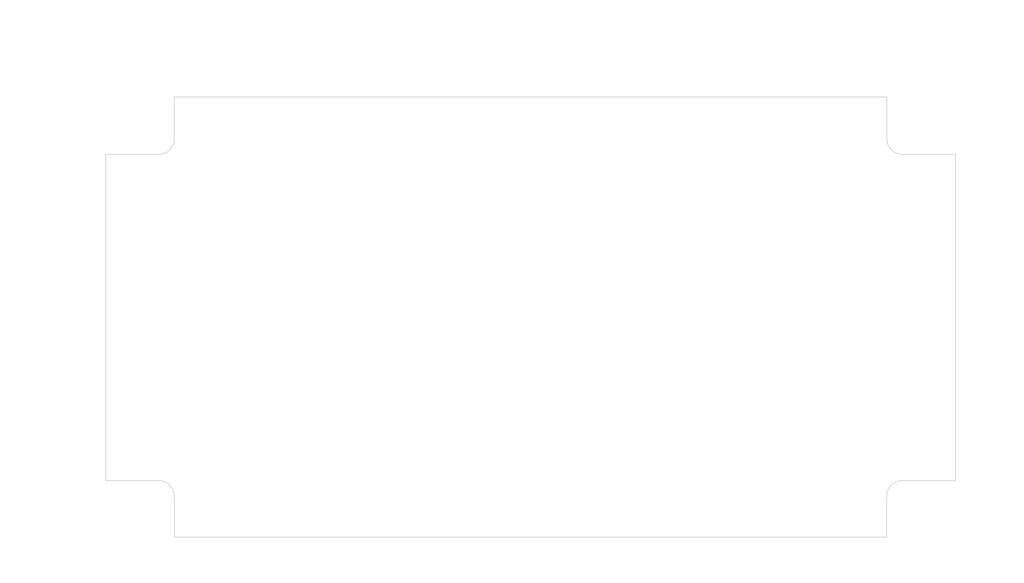
<source format=kicad_pcb>
(kicad_pcb (version 20171130) (host pcbnew "(5.1.4-0)")

  (general
    (thickness 1.6)
    (drawings 28)
    (tracks 0)
    (zones 0)
    (modules 0)
    (nets 1)
  )

  (page A4)
  (layers
    (0 F.Cu signal)
    (31 B.Cu signal)
    (32 B.Adhes user)
    (33 F.Adhes user)
    (34 B.Paste user)
    (35 F.Paste user)
    (36 B.SilkS user)
    (37 F.SilkS user)
    (38 B.Mask user)
    (39 F.Mask user)
    (40 Dwgs.User user)
    (41 Cmts.User user)
    (42 Eco1.User user)
    (43 Eco2.User user)
    (44 Edge.Cuts user)
    (45 Margin user)
    (46 B.CrtYd user)
    (47 F.CrtYd user)
    (48 B.Fab user)
    (49 F.Fab user)
  )

  (setup
    (last_trace_width 0.25)
    (trace_clearance 0.2)
    (zone_clearance 0.508)
    (zone_45_only no)
    (trace_min 0.2)
    (via_size 0.6)
    (via_drill 0.4)
    (via_min_size 0.4)
    (via_min_drill 0.3)
    (uvia_size 0.3)
    (uvia_drill 0.1)
    (uvias_allowed no)
    (uvia_min_size 0.2)
    (uvia_min_drill 0.1)
    (edge_width 0.1)
    (segment_width 0.2)
    (pcb_text_width 0.3)
    (pcb_text_size 1.5 1.5)
    (mod_edge_width 0.15)
    (mod_text_size 1 1)
    (mod_text_width 0.15)
    (pad_size 1.5 1.5)
    (pad_drill 0.6)
    (pad_to_mask_clearance 0)
    (aux_axis_origin 0 0)
    (visible_elements FFFFFF7F)
    (pcbplotparams
      (layerselection 0x00030_80000001)
      (usegerberextensions false)
      (usegerberattributes false)
      (usegerberadvancedattributes false)
      (creategerberjobfile false)
      (excludeedgelayer true)
      (linewidth 0.100000)
      (plotframeref false)
      (viasonmask false)
      (mode 1)
      (useauxorigin false)
      (hpglpennumber 1)
      (hpglpenspeed 20)
      (hpglpendiameter 15.000000)
      (psnegative false)
      (psa4output false)
      (plotreference true)
      (plotvalue true)
      (plotinvisibletext false)
      (padsonsilk false)
      (subtractmaskfromsilk false)
      (outputformat 1)
      (mirror false)
      (drillshape 1)
      (scaleselection 1)
      (outputdirectory ""))
  )

  (net 0 "")

  (net_class Default "This is the default net class."
    (clearance 0.2)
    (trace_width 0.25)
    (via_dia 0.6)
    (via_drill 0.4)
    (uvia_dia 0.3)
    (uvia_drill 0.1)
  )

  (gr_circle (center 74.990931 69.99746) (end 76.790931 69.99746) (layer Dwgs.User) (width 0.15) (tstamp 5E7CCC77))
  (gr_circle (center 74.990931 69.99746) (end 78.790931 69.19746) (layer Dwgs.User) (width 0.15) (tstamp 5E7CCC76))
  (gr_circle (center 74.990931 106.49746) (end 76.790931 106.49746) (layer Dwgs.User) (width 0.15) (tstamp 5E7CCC77))
  (gr_circle (center 74.990931 106.49746) (end 78.790931 105.69746) (layer Dwgs.User) (width 0.15) (tstamp 5E7CCC76))
  (gr_circle (center 152.490931 106.49746) (end 154.290931 106.49746) (layer Dwgs.User) (width 0.15) (tstamp 5E7CCC77))
  (gr_circle (center 152.490931 106.49746) (end 156.290931 105.69746) (layer Dwgs.User) (width 0.15) (tstamp 5E7CCC76))
  (gr_circle (center 152.5 70) (end 156.3 69.2) (layer Dwgs.User) (width 0.15))
  (gr_circle (center 152.5 70) (end 154.3 70) (layer Dwgs.User) (width 0.15))
  (dimension 36.498953 (width 0.15) (layer Dwgs.User)
    (gr_text "36.500 mm" (at 175.1 88.249476 270) (layer Dwgs.User)
      (effects (font (size 1 1) (thickness 0.15)))
    )
    (feature1 (pts (xy 152.5 106.498953) (xy 174.386421 106.498953)))
    (feature2 (pts (xy 152.5 70) (xy 174.386421 70)))
    (crossbar (pts (xy 173.8 70) (xy 173.8 106.498953)))
    (arrow1a (pts (xy 173.8 106.498953) (xy 173.213579 105.372449)))
    (arrow1b (pts (xy 173.8 106.498953) (xy 174.386421 105.372449)))
    (arrow2a (pts (xy 173.8 70) (xy 173.213579 71.126504)))
    (arrow2b (pts (xy 173.8 70) (xy 174.386421 71.126504)))
  )
  (dimension 36.5 (width 0.15) (layer Dwgs.User)
    (gr_text "36.500 mm" (at 50 88.25 270) (layer Dwgs.User)
      (effects (font (size 1 1) (thickness 0.15)))
    )
    (feature1 (pts (xy 75 106.5) (xy 50.713579 106.5)))
    (feature2 (pts (xy 75 70) (xy 50.713579 70)))
    (crossbar (pts (xy 51.3 70) (xy 51.3 106.5)))
    (arrow1a (pts (xy 51.3 106.5) (xy 50.713579 105.373496)))
    (arrow1b (pts (xy 51.3 106.5) (xy 51.886421 105.373496)))
    (arrow2a (pts (xy 51.3 70) (xy 50.713579 71.126504)))
    (arrow2b (pts (xy 51.3 70) (xy 51.886421 71.126504)))
  )
  (dimension 77.5 (width 0.15) (layer Dwgs.User)
    (gr_text "77.500 mm" (at 113.75 48.6) (layer Dwgs.User)
      (effects (font (size 1 1) (thickness 0.15)))
    )
    (feature1 (pts (xy 152.5 70) (xy 152.5 49.313579)))
    (feature2 (pts (xy 75 70) (xy 75 49.313579)))
    (crossbar (pts (xy 75 49.9) (xy 152.5 49.9)))
    (arrow1a (pts (xy 152.5 49.9) (xy 151.373496 50.486421)))
    (arrow1b (pts (xy 152.5 49.9) (xy 151.373496 49.313579)))
    (arrow2a (pts (xy 75 49.9) (xy 76.126504 50.486421)))
    (arrow2b (pts (xy 75 49.9) (xy 76.126504 49.313579)))
  )
  (gr_line (start 68.49998 111.03624) (end 68.49998 116.21784) (layer Edge.Cuts) (width 0.1) (tstamp 5E7B95D0))
  (gr_arc (start 161.03218 65.54484) (end 159.02558 65.54484) (angle -90) (layer Edge.Cuts) (width 0.1) (tstamp 5E7B95A6))
  (gr_arc (start 161.00678 111.03624) (end 161.00678 109.02964) (angle -90) (layer Edge.Cuts) (width 0.1) (tstamp 5E7B9592))
  (gr_arc (start 66.49338 111.03624) (end 68.49998 111.03624) (angle -90) (layer Edge.Cuts) (width 0.1))
  (gr_line (start 66.46798 67.55144) (end 59.76238 67.55144) (layer Edge.Cuts) (width 0.1) (tstamp 5E7B948E))
  (gr_line (start 68.47458 60.23624) (end 68.47458 65.54484) (layer Edge.Cuts) (width 0.1) (tstamp 5E7B947C))
  (gr_arc (start 66.46798 65.54484) (end 66.46798 67.55144) (angle -90) (layer Edge.Cuts) (width 0.1))
  (gr_line (start 68.47458 60.23624) (end 159.02558 60.23624) (layer Edge.Cuts) (width 0.1) (tstamp 5E7B9357))
  (gr_line (start 167.76318 109.02964) (end 167.76318 67.55144) (layer Edge.Cuts) (width 0.1))
  (gr_line (start 68.49998 116.21784) (end 159.00018 116.21784) (layer Edge.Cuts) (width 0.1))
  (gr_line (start 59.76238 67.55144) (end 59.76238 109.02964) (layer Edge.Cuts) (width 0.1))
  (gr_line (start 159.02558 65.54484) (end 159.02558 60.23624) (layer Edge.Cuts) (width 0.1) (tstamp 5E7B9655))
  (gr_line (start 161.03218 67.55144) (end 167.76318 67.55144) (layer Edge.Cuts) (width 0.1) (tstamp 5E7B9647))
  (gr_line (start 161.00678 109.02964) (end 167.76318 109.02964) (layer Edge.Cuts) (width 0.1) (tstamp 5E7B9625))
  (gr_line (start 159.00018 116.21784) (end 159.00018 111.03624) (layer Edge.Cuts) (width 0.1) (tstamp 5E7B9617))
  (gr_line (start 66.49338 109.02964) (end 59.76238 109.02964) (layer Edge.Cuts) (width 0.1) (tstamp 5E7B95F4))
  (dimension 90.5002 (width 0.15) (layer Dwgs.User)
    (gr_text "90.500 mm" (at 113.75008 122.72484) (layer Dwgs.User)
      (effects (font (size 1 1) (thickness 0.15)))
    )
    (feature1 (pts (xy 159.00018 114.56684) (xy 159.00018 122.011261)))
    (feature2 (pts (xy 68.49998 114.56684) (xy 68.49998 122.011261)))
    (crossbar (pts (xy 68.49998 121.42484) (xy 159.00018 121.42484)))
    (arrow1a (pts (xy 159.00018 121.42484) (xy 157.873676 122.011261)))
    (arrow1b (pts (xy 159.00018 121.42484) (xy 157.873676 120.838419)))
    (arrow2a (pts (xy 68.49998 121.42484) (xy 69.626484 122.011261)))
    (arrow2b (pts (xy 68.49998 121.42484) (xy 69.626484 120.838419)))
  )

)

</source>
